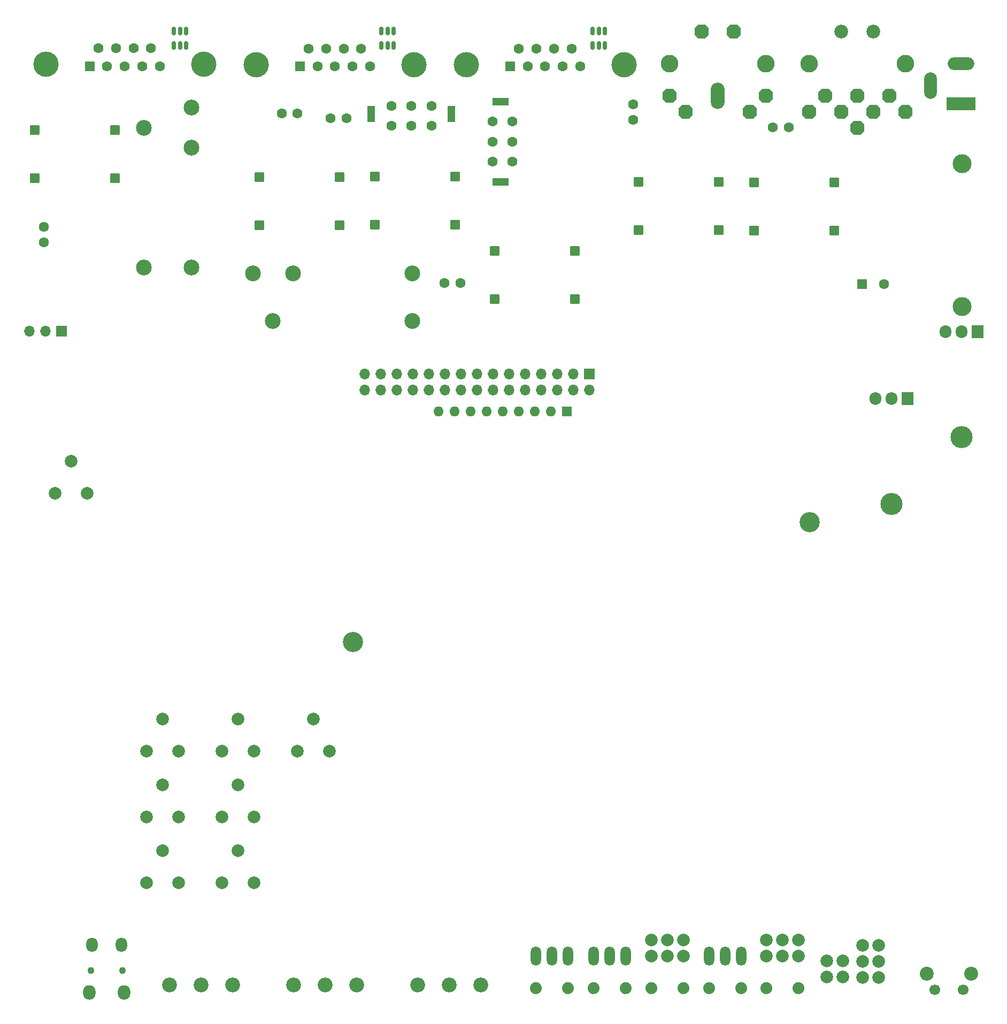
<source format=gbs>
G04 #@! TF.GenerationSoftware,KiCad,Pcbnew,6.0.2+dfsg-1*
G04 #@! TF.CreationDate,2023-04-04T21:33:44+02:00*
G04 #@! TF.ProjectId,fm-rpt-control,666d2d72-7074-42d6-936f-6e74726f6c2e,A*
G04 #@! TF.SameCoordinates,Original*
G04 #@! TF.FileFunction,Soldermask,Bot*
G04 #@! TF.FilePolarity,Negative*
%FSLAX46Y46*%
G04 Gerber Fmt 4.6, Leading zero omitted, Abs format (unit mm)*
G04 Created by KiCad (PCBNEW 6.0.2+dfsg-1) date 2023-04-04 21:33:44*
%MOMM*%
%LPD*%
G01*
G04 APERTURE LIST*
G04 Aperture macros list*
%AMRoundRect*
0 Rectangle with rounded corners*
0 $1 Rounding radius*
0 $2 $3 $4 $5 $6 $7 $8 $9 X,Y pos of 4 corners*
0 Add a 4 corners polygon primitive as box body*
4,1,4,$2,$3,$4,$5,$6,$7,$8,$9,$2,$3,0*
0 Add four circle primitives for the rounded corners*
1,1,$1+$1,$2,$3*
1,1,$1+$1,$4,$5*
1,1,$1+$1,$6,$7*
1,1,$1+$1,$8,$9*
0 Add four rect primitives between the rounded corners*
20,1,$1+$1,$2,$3,$4,$5,0*
20,1,$1+$1,$4,$5,$6,$7,0*
20,1,$1+$1,$6,$7,$8,$9,0*
20,1,$1+$1,$8,$9,$2,$3,0*%
%AMFreePoly0*
4,1,25,0.555019,1.072796,0.567142,1.062442,1.062442,0.567142,1.090949,0.511194,1.092200,0.495300,1.092200,-0.495300,1.072796,-0.555019,1.062442,-0.567142,0.567142,-1.062442,0.511194,-1.090949,0.495300,-1.092200,-0.495300,-1.092200,-0.555019,-1.072796,-0.567142,-1.062442,-1.062442,-0.567142,-1.090949,-0.511194,-1.092200,-0.495300,-1.092200,0.495300,-1.072796,0.555019,-1.062442,0.567142,
-0.567142,1.062442,-0.511194,1.090949,-0.495300,1.092200,0.495300,1.092200,0.555019,1.072796,0.555019,1.072796,$1*%
G04 Aperture macros list end*
%ADD10C,1.600000*%
%ADD11R,1.200000X2.500000*%
%ADD12O,1.625600X3.048000*%
%ADD13C,1.879600*%
%ADD14C,2.000000*%
%ADD15C,2.794000*%
%ADD16FreePoly0,180.000000*%
%ADD17O,2.184400X4.165600*%
%ADD18C,4.000000*%
%ADD19R,1.600000X1.600000*%
%ADD20O,1.600000X1.600000*%
%ADD21R,1.700000X1.700000*%
%ADD22O,1.700000X1.700000*%
%ADD23RoundRect,0.101600X-0.654000X0.654000X-0.654000X-0.654000X0.654000X-0.654000X0.654000X0.654000X0*%
%ADD24C,2.003200*%
%ADD25RoundRect,0.101600X0.654000X-0.654000X0.654000X0.654000X-0.654000X0.654000X-0.654000X-0.654000X0*%
%ADD26C,2.340000*%
%ADD27R,2.500000X1.200000*%
%ADD28C,1.100000*%
%ADD29O,1.800000X2.300000*%
%ADD30O,2.000000X2.300000*%
%ADD31C,2.200000*%
%ADD32C,1.700000*%
%ADD33C,3.200000*%
%ADD34O,3.500000X3.500000*%
%ADD35R,1.905000X2.000000*%
%ADD36O,1.905000X2.000000*%
%ADD37R,4.600000X2.000000*%
%ADD38O,4.200000X2.000000*%
%ADD39O,2.000000X4.200000*%
%ADD40C,3.000000*%
%ADD41C,2.500000*%
%ADD42C,2.184400*%
%ADD43RoundRect,0.150000X-0.150000X0.512500X-0.150000X-0.512500X0.150000X-0.512500X0.150000X0.512500X0*%
G04 APERTURE END LIST*
D10*
X76575000Y-29826000D03*
X79750000Y-29826000D03*
X82925000Y-29826000D03*
X76575000Y-33001000D03*
X79750000Y-33001000D03*
X82925000Y-33001000D03*
D11*
X73400000Y-31096000D03*
X86100000Y-31096000D03*
D12*
X104550000Y-164400000D03*
X102010000Y-164400000D03*
X99470000Y-164400000D03*
D13*
X104550000Y-169480000D03*
X99470000Y-169480000D03*
D14*
X42926000Y-131941000D03*
X40386000Y-126861000D03*
X37846000Y-131941000D03*
X54864000Y-142355000D03*
X52324000Y-137275000D03*
X49784000Y-142355000D03*
D15*
X135820000Y-23130000D03*
X120580000Y-23130000D03*
D16*
X120580000Y-28210000D03*
D17*
X128200000Y-28210000D03*
D16*
X135820000Y-28210000D03*
X123120000Y-30750000D03*
X133280000Y-30750000D03*
X130740000Y-18050000D03*
X125660000Y-18050000D03*
D18*
X46850000Y-23280331D03*
X21850000Y-23280331D03*
D19*
X28810000Y-23580331D03*
D10*
X31580000Y-23580331D03*
X34350000Y-23580331D03*
X37120000Y-23580331D03*
X39890000Y-23580331D03*
X30195000Y-20740331D03*
X32965000Y-20740331D03*
X35735000Y-20740331D03*
X38505000Y-20740331D03*
D19*
X104375000Y-78200000D03*
D20*
X101835000Y-78200000D03*
X99295000Y-78200000D03*
X96755000Y-78200000D03*
X94215000Y-78200000D03*
X91675000Y-78200000D03*
X89135000Y-78200000D03*
X86595000Y-78200000D03*
X84055000Y-78200000D03*
D14*
X145530000Y-165130000D03*
X148070000Y-165130000D03*
X145530000Y-167670000D03*
X148070000Y-167670000D03*
D21*
X24335000Y-65500000D03*
D22*
X21795000Y-65500000D03*
X19255000Y-65500000D03*
D10*
X114830000Y-29570000D03*
X114830000Y-32070000D03*
D23*
X105615000Y-60375000D03*
X105615000Y-52755000D03*
X92915000Y-60375000D03*
X92915000Y-52755000D03*
D10*
X59200000Y-31000000D03*
X61700000Y-31000000D03*
D24*
X122790000Y-164420000D03*
X120250000Y-164420000D03*
X117710000Y-164420000D03*
X122790000Y-161880000D03*
X120250000Y-161880000D03*
X117710000Y-161880000D03*
D13*
X122790000Y-169500000D03*
X117710000Y-169500000D03*
D25*
X55675000Y-41095000D03*
X55675000Y-48715000D03*
X68375000Y-41095000D03*
X68375000Y-48715000D03*
D10*
X66950000Y-31800000D03*
X69450000Y-31800000D03*
D26*
X41450000Y-168950000D03*
X46450000Y-168950000D03*
X51450000Y-168950000D03*
D10*
X92576000Y-38675000D03*
X92576000Y-35500000D03*
X92576000Y-32325000D03*
X95751000Y-38675000D03*
X95751000Y-35500000D03*
X95751000Y-32325000D03*
D27*
X93846000Y-41850000D03*
X93846000Y-29150000D03*
D21*
X107939000Y-72265000D03*
D22*
X107939000Y-74805000D03*
X105399000Y-72265000D03*
X105399000Y-74805000D03*
X102859000Y-72265000D03*
X102859000Y-74805000D03*
X100319000Y-72265000D03*
X100319000Y-74805000D03*
X97779000Y-72265000D03*
X97779000Y-74805000D03*
X95239000Y-72265000D03*
X95239000Y-74805000D03*
X92699000Y-72265000D03*
X92699000Y-74805000D03*
X90159000Y-72265000D03*
X90159000Y-74805000D03*
X87619000Y-72265000D03*
X87619000Y-74805000D03*
X85079000Y-72265000D03*
X85079000Y-74805000D03*
X82539000Y-72265000D03*
X82539000Y-74805000D03*
X79999000Y-72265000D03*
X79999000Y-74805000D03*
X77459000Y-72265000D03*
X77459000Y-74805000D03*
X74919000Y-72265000D03*
X74919000Y-74805000D03*
X72379000Y-72265000D03*
X72379000Y-74805000D03*
D14*
X28440000Y-91155000D03*
X25900000Y-86075000D03*
X23360000Y-91155000D03*
D25*
X115735000Y-41905000D03*
X115735000Y-49525000D03*
X128435000Y-41905000D03*
X128435000Y-49525000D03*
X73925000Y-41045000D03*
X73925000Y-48665000D03*
X86625000Y-41045000D03*
X86625000Y-48665000D03*
D10*
X21520000Y-51450000D03*
X21520000Y-48950000D03*
D28*
X34000000Y-166625000D03*
X29000000Y-166625000D03*
D29*
X29200000Y-162625000D03*
X33800000Y-162625000D03*
D30*
X28750000Y-170125000D03*
X34250000Y-170125000D03*
D31*
X161350000Y-167200000D03*
X168350000Y-167200000D03*
D32*
X167100000Y-169700000D03*
X162600000Y-169700000D03*
D14*
X42926000Y-142355000D03*
X40386000Y-137275000D03*
X37846000Y-142355000D03*
X42926000Y-152769000D03*
X40386000Y-147689000D03*
X37846000Y-152769000D03*
X54864000Y-152769000D03*
X52324000Y-147689000D03*
X49784000Y-152769000D03*
X66802000Y-131941000D03*
X64262000Y-126861000D03*
X61722000Y-131941000D03*
X54864000Y-131941000D03*
X52324000Y-126861000D03*
X49784000Y-131941000D03*
D33*
X142800000Y-95700000D03*
D34*
X166800000Y-82230000D03*
D35*
X169340000Y-65570000D03*
D36*
X166800000Y-65570000D03*
X164260000Y-65570000D03*
D25*
X133975000Y-41915000D03*
X133975000Y-49535000D03*
X146675000Y-41915000D03*
X146675000Y-49535000D03*
D26*
X61070000Y-168950000D03*
X66070000Y-168950000D03*
X71070000Y-168950000D03*
D37*
X166760000Y-29490000D03*
D38*
X166760000Y-23190000D03*
D39*
X161960000Y-26590000D03*
D40*
X166940000Y-61630000D03*
X166940000Y-39030000D03*
D14*
X151140000Y-162713500D03*
X153680000Y-162713500D03*
X151140000Y-165253500D03*
X153680000Y-165253500D03*
X151140000Y-167793500D03*
X153680000Y-167793500D03*
D18*
X88420000Y-23300331D03*
X113420000Y-23300331D03*
D19*
X95380000Y-23600331D03*
D10*
X98150000Y-23600331D03*
X100920000Y-23600331D03*
X103690000Y-23600331D03*
X106460000Y-23600331D03*
X96765000Y-20760331D03*
X99535000Y-20760331D03*
X102305000Y-20760331D03*
X105075000Y-20760331D03*
D19*
X151080000Y-58060000D03*
D10*
X154580000Y-58060000D03*
D18*
X55130000Y-23300331D03*
X80130000Y-23300331D03*
D19*
X62090000Y-23600331D03*
D10*
X64860000Y-23600331D03*
X67630000Y-23600331D03*
X70400000Y-23600331D03*
X73170000Y-23600331D03*
X63475000Y-20760331D03*
X66245000Y-20760331D03*
X69015000Y-20760331D03*
X71785000Y-20760331D03*
X136990000Y-33210000D03*
X139490000Y-33210000D03*
D25*
X20100000Y-33670000D03*
X20100000Y-41290000D03*
X32800000Y-33670000D03*
X32800000Y-41290000D03*
D24*
X141040000Y-164420000D03*
X138500000Y-164420000D03*
X135960000Y-164420000D03*
X141040000Y-161880000D03*
X138500000Y-161880000D03*
X135960000Y-161880000D03*
D13*
X141040000Y-169500000D03*
X135960000Y-169500000D03*
D10*
X85000000Y-57850000D03*
X87500000Y-57850000D03*
D41*
X57788500Y-63846500D03*
X60963500Y-56353500D03*
X54613500Y-56353500D03*
X79886500Y-63846500D03*
X79886500Y-56353500D03*
D34*
X155720000Y-92800000D03*
D35*
X158260000Y-76140000D03*
D36*
X155720000Y-76140000D03*
X153180000Y-76140000D03*
D33*
X70450000Y-114700000D03*
D12*
X113690000Y-164400000D03*
X111150000Y-164400000D03*
X108610000Y-164400000D03*
D13*
X113690000Y-169480000D03*
X108610000Y-169480000D03*
D26*
X80750000Y-168950000D03*
X85750000Y-168950000D03*
X90750000Y-168950000D03*
D12*
X131940000Y-164380000D03*
X129400000Y-164380000D03*
X126860000Y-164380000D03*
D13*
X131940000Y-169460000D03*
X126860000Y-169460000D03*
D15*
X142670000Y-23140000D03*
X157910000Y-23140000D03*
D16*
X145210000Y-28220000D03*
X150290000Y-28220000D03*
X155370000Y-28220000D03*
X147750000Y-30760000D03*
X152830000Y-30760000D03*
X150290000Y-33300000D03*
X142670000Y-30760000D03*
X157910000Y-30760000D03*
D42*
X152830000Y-18060000D03*
X147750000Y-18060000D03*
D41*
X37403500Y-33308500D03*
X44896500Y-36483500D03*
X44896500Y-30133500D03*
X37403500Y-55406500D03*
X44896500Y-55406500D03*
D43*
X42150000Y-18012500D03*
X43100000Y-18012500D03*
X44050000Y-18012500D03*
X44050000Y-20287500D03*
X43100000Y-20287500D03*
X42150000Y-20287500D03*
X108450000Y-17962500D03*
X109400000Y-17962500D03*
X110350000Y-17962500D03*
X110350000Y-20237500D03*
X109400000Y-20237500D03*
X108450000Y-20237500D03*
X75000000Y-17962500D03*
X75950000Y-17962500D03*
X76900000Y-17962500D03*
X76900000Y-20237500D03*
X75950000Y-20237500D03*
X75000000Y-20237500D03*
M02*

</source>
